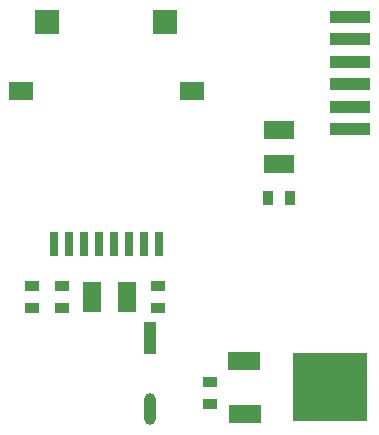
<source format=gbp>
G04*
G04 #@! TF.GenerationSoftware,Altium Limited,Altium Designer,22.2.1 (43)*
G04*
G04 Layer_Color=128*
%FSTAX25Y25*%
%MOIN*%
G70*
G04*
G04 #@! TF.SameCoordinates,2F0A99F2-06B0-42B4-AD1F-80CD01153156*
G04*
G04*
G04 #@! TF.FilePolarity,Positive*
G04*
G01*
G75*
%ADD17R,0.03500X0.05000*%
%ADD19R,0.13780X0.04016*%
%ADD45R,0.07874X0.05906*%
%ADD46R,0.03150X0.07874*%
%ADD47R,0.07874X0.07874*%
%ADD48R,0.05000X0.03500*%
%ADD49R,0.06000X0.10000*%
%ADD50R,0.11000X0.06000*%
%ADD51R,0.24500X0.23000*%
%ADD52R,0.10000X0.06000*%
%ADD53O,0.03937X0.10630*%
%ADD54R,0.03937X0.10630*%
D17*
X008776Y0077D02*
D03*
X009524D02*
D03*
D19*
X0115Y01D02*
D03*
Y01075D02*
D03*
Y0115D02*
D03*
Y01225D02*
D03*
Y013D02*
D03*
Y01375D02*
D03*
D45*
X0062512Y0112758D02*
D03*
X0005425D02*
D03*
D46*
X00515Y00616D02*
D03*
X00465D02*
D03*
X00415D02*
D03*
X00365D02*
D03*
X00315D02*
D03*
X00265D02*
D03*
X00215D02*
D03*
X00165D02*
D03*
D47*
X0053469Y0135616D02*
D03*
X0014098D02*
D03*
D48*
X00685Y001574D02*
D03*
Y0008259D02*
D03*
X0050999Y0047734D02*
D03*
Y0040254D02*
D03*
X0019Y004774D02*
D03*
Y004026D02*
D03*
X0009Y004026D02*
D03*
Y0047741D02*
D03*
D49*
X0029291Y0043994D02*
D03*
X0040708D02*
D03*
D50*
X0080023Y0005045D02*
D03*
X0079923Y0022845D02*
D03*
D51*
X0108535Y0014D02*
D03*
D52*
X00915Y0088291D02*
D03*
Y0099709D02*
D03*
D53*
X00485Y0006789D02*
D03*
D54*
Y0030411D02*
D03*
M02*

</source>
